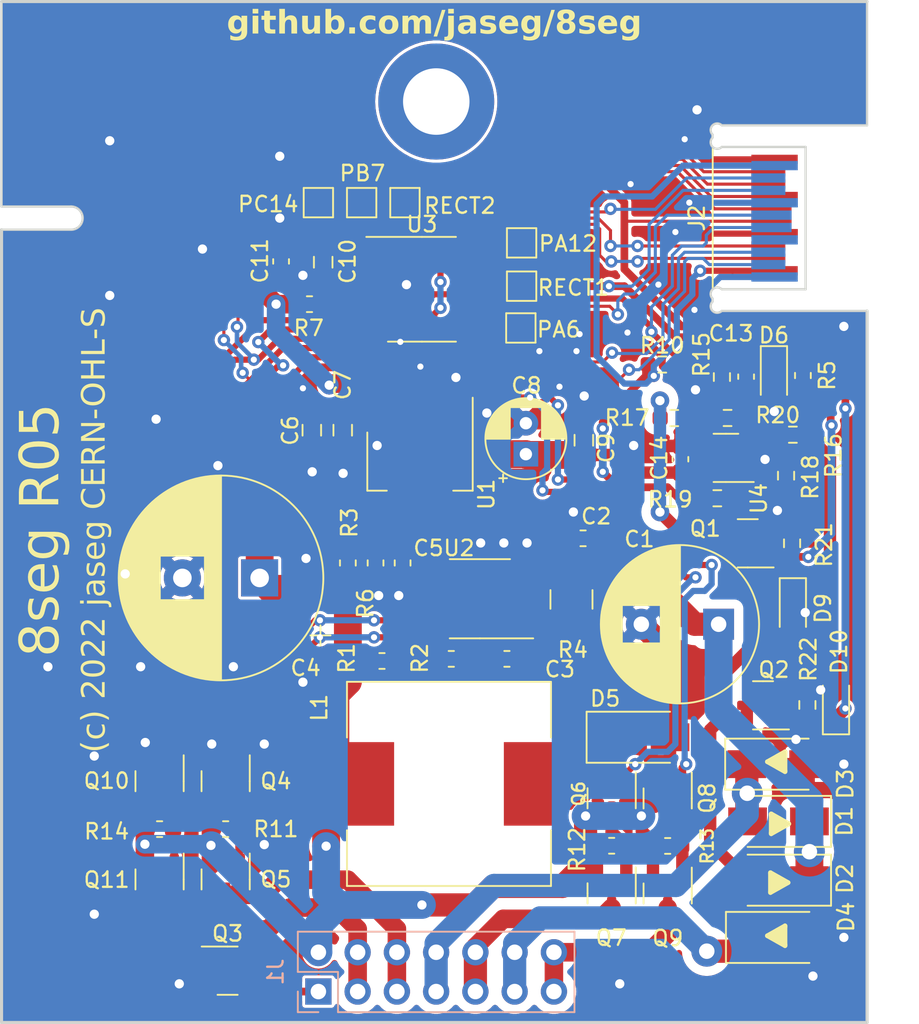
<source format=kicad_pcb>
(kicad_pcb (version 20220427) (generator pcbnew)

  (general
    (thickness 1.6)
  )

  (paper "A4")
  (layers
    (0 "F.Cu" signal)
    (31 "B.Cu" signal)
    (32 "B.Adhes" user "B.Adhesive")
    (33 "F.Adhes" user "F.Adhesive")
    (34 "B.Paste" user)
    (35 "F.Paste" user)
    (36 "B.SilkS" user "B.Silkscreen")
    (37 "F.SilkS" user "F.Silkscreen")
    (38 "B.Mask" user)
    (39 "F.Mask" user)
    (40 "Dwgs.User" user "User.Drawings")
    (41 "Cmts.User" user "User.Comments")
    (42 "Eco1.User" user "User.Eco1")
    (43 "Eco2.User" user "User.Eco2")
    (44 "Edge.Cuts" user)
    (45 "Margin" user)
    (46 "B.CrtYd" user "B.Courtyard")
    (47 "F.CrtYd" user "F.Courtyard")
    (48 "B.Fab" user)
    (49 "F.Fab" user)
  )

  (setup
    (stackup
      (layer "F.SilkS" (type "Top Silk Screen"))
      (layer "F.Paste" (type "Top Solder Paste"))
      (layer "F.Mask" (type "Top Solder Mask") (thickness 0.01))
      (layer "F.Cu" (type "copper") (thickness 0.035))
      (layer "dielectric 1" (type "core") (thickness 1.51) (material "FR4") (epsilon_r 4.5) (loss_tangent 0.02))
      (layer "B.Cu" (type "copper") (thickness 0.035))
      (layer "B.Mask" (type "Bottom Solder Mask") (thickness 0.01))
      (layer "B.Paste" (type "Bottom Solder Paste"))
      (layer "B.SilkS" (type "Bottom Silk Screen"))
      (copper_finish "None")
      (dielectric_constraints no)
    )
    (pad_to_mask_clearance 0)
    (pcbplotparams
      (layerselection 0x00010fc_ffffffff)
      (plot_on_all_layers_selection 0x0000000_00000000)
      (disableapertmacros false)
      (usegerberextensions false)
      (usegerberattributes false)
      (usegerberadvancedattributes false)
      (creategerberjobfile false)
      (dashed_line_dash_ratio 12.000000)
      (dashed_line_gap_ratio 3.000000)
      (svgprecision 6)
      (plotframeref false)
      (viasonmask false)
      (mode 1)
      (useauxorigin false)
      (hpglpennumber 1)
      (hpglpenspeed 20)
      (hpglpendiameter 15.000000)
      (dxfpolygonmode true)
      (dxfimperialunits true)
      (dxfusepcbnewfont true)
      (psnegative false)
      (psa4output false)
      (plotreference true)
      (plotvalue true)
      (plotinvisibletext false)
      (sketchpadsonfab false)
      (subtractmaskfromsilk false)
      (outputformat 1)
      (mirror false)
      (drillshape 0)
      (scaleselection 1)
      (outputdirectory "gerber")
    )
  )

  (net 0 "")
  (net 1 "+12V")
  (net 2 "GND")
  (net 3 "+3V3")
  (net 4 "Net-(Q4-D)")
  (net 5 "Net-(D5-K)")
  (net 6 "Net-(U2-FB)")
  (net 7 "/Vmeas_A")
  (net 8 "Net-(Q6-D)")
  (net 9 "/CH2")
  (net 10 "/CH3")
  (net 11 "/Q2")
  (net 12 "/Q0")
  (net 13 "/Q3")
  (net 14 "/Q1")
  (net 15 "/SWCLK")
  (net 16 "/SWDIO")
  (net 17 "/CH0")
  (net 18 "/LOAD")
  (net 19 "/CH1")
  (net 20 "+VSW")
  (net 21 "Net-(Q8-D)")
  (net 22 "/LED_K")
  (net 23 "Net-(Q10-D)")
  (net 24 "unconnected-(J2-Pin_4)")
  (net 25 "/ILIM")
  (net 26 "/DBG1")
  (net 27 "Net-(C3-Pad1)")
  (net 28 "/DBG2")
  (net 29 "/TX_POK")
  (net 30 "/TX_EN")
  (net 31 "/Vdiff")
  (net 32 "/RECT1")
  (net 33 "/RECT2")
  (net 34 "Net-(U2-BS)")
  (net 35 "Net-(U3-PC14/PB9)")
  (net 36 "Net-(U4-+)")
  (net 37 "Net-(U4--)")
  (net 38 "/VIN_A")
  (net 39 "/VIN_B")
  (net 40 "Net-(U3-PA12/PA10)")
  (net 41 "Net-(U3-NRST)")

  (footprint "Capacitors_SMD:C_0603_HandSoldering" (layer "F.Cu") (at 170.075 94.71 -90))

  (footprint "Capacitors_SMD:C_0603_HandSoldering" (layer "F.Cu") (at 172.075 94.71 -90))

  (footprint "Capacitors_SMD:C_0603_HandSoldering" (layer "F.Cu") (at 187.675 95.36 90))

  (footprint "Capacitors_SMD:C_0603_HandSoldering" (layer "F.Cu") (at 170.811641 83.85 -90))

  (footprint "Diode_SMD:D_SMA" (layer "F.Cu") (at 200.270651 123.8 180))

  (footprint "Resistor_SMD:R_0603_1608Metric_Pad1.05x0.95mm_HandSolder" (layer "F.Cu") (at 201.85 91.175 90))

  (footprint "Resistor_SMD:R_0603_1608Metric_Pad1.05x0.95mm_HandSolder" (layer "F.Cu") (at 169.925 86.563359 180))

  (footprint "Package_TO_SOT_SMD:SOT-223" (layer "F.Cu") (at 177.075 96.71 -90))

  (footprint "Capacitor_THT:CP_Radial_D5.0mm_P2.00mm" (layer "F.Cu") (at 183.925 96.26 90))

  (footprint "Capacitor_THT:CP_Radial_D13.0mm_P5.00mm" (layer "F.Cu") (at 166.7 104.260774 180))

  (footprint "Diode_SMD:D_SMA" (layer "F.Cu") (at 200.270651 120 180))

  (footprint "Diode_SMD:D_SMA" (layer "F.Cu") (at 200.220651 116.3))

  (footprint "Diode_SMD:D_SMA" (layer "F.Cu") (at 200.270651 127.5))

  (footprint "Diode_SMD:D_SMA" (layer "F.Cu") (at 191.255 114.56))

  (footprint "Capacitor_SMD:C_0603_1608Metric_Pad1.05x0.95mm_HandSolder" (layer "F.Cu") (at 175.95 103.292956 -90))

  (footprint "Resistor_SMD:R_0603_1608Metric_Pad1.05x0.95mm_HandSolder" (layer "F.Cu") (at 179.1 109.492956 180))

  (footprint "Resistor_SMD:R_0603_1608Metric_Pad1.05x0.95mm_HandSolder" (layer "F.Cu") (at 172.407044 103.292956 90))

  (footprint "Resistor_SMD:R_0603_1608Metric_Pad1.05x0.95mm_HandSolder" (layer "F.Cu") (at 174.2 103.292956 -90))

  (footprint "Resistor_SMD:R_0603_1608Metric_Pad1.05x0.95mm_HandSolder" (layer "F.Cu") (at 174.615 109.63))

  (footprint "Inductor_SMD:L_Neosid_SM-NE127_HandSoldering" (layer "F.Cu") (at 178.95 117.575))

  (footprint "Package_SO:SOIC-8-1EP_3.9x4.9mm_P1.27mm_EP2.29x3mm" (layer "F.Cu") (at 180.95 105.607044 180))

  (footprint "Capacitor_SMD:C_0603_1608Metric_Pad1.05x0.95mm_HandSolder" (layer "F.Cu") (at 187.625 101.7 180))

  (footprint "Capacitor_SMD:C_0603_1608Metric_Pad1.05x0.95mm_HandSolder" (layer "F.Cu") (at 182.7 109.492956))

  (footprint "Resistor_SMD:R_1210_3225Metric" (layer "F.Cu") (at 186.875 105.65 90))

  (footprint "Diode_SMD:D_SOD-323_HandSoldering" (layer "F.Cu") (at 199.975 91.175 -90))

  (footprint "Capacitor_THT:CP_Radial_D10.0mm_P5.00mm" (layer "F.Cu") (at 196.39556 107.254299 180))

  (footprint "Resistor_SMD:R_0603_1608Metric_Pad1.05x0.95mm_HandSolder" (layer "F.Cu") (at 189.475 121.575))

  (footprint "Resistor_SMD:R_0603_1608Metric_Pad1.05x0.95mm_HandSolder" (layer "F.Cu") (at 193.1 121.585))

  (footprint "Resistor_SMD:R_0603_1608Metric_Pad1.05x0.95mm_HandSolder" (layer "F.Cu") (at 160.225 120.5))

  (footprint "Resistor_SMD:R_0603_1608Metric_Pad1.05x0.95mm_HandSolder" (layer "F.Cu") (at 164.5 120.5))

  (footprint "TestPoint:TestPoint_Pad_1.5x1.5mm" (layer "F.Cu") (at 173.3 80))

  (footprint "TestPoint:TestPoint_Pad_1.5x1.5mm" (layer "F.Cu")
    (tstamp 056f03e4-c263-49fc-b967-90437d651aa3)
    (at 183.6 88.1)
    (descr "SMD rectangular pad as test Point, square 1.5mm side length")
    (tags "test point SMD pad rectangle square")
    (property "Sheetfile" "center.kicad_sch")
    (property "Sheetname" "")
    (property "ki_description" "test point")
    (property "ki_keywords" "test point tp")
    (path "/7631aaaa-43ec-4000-83ff-460feb9b6a4d")
    (attr exclude_from_pos_files)
    (fp_text reference "TP2" (at 0 -1.648) (layer "F.SilkS") hide
        (effects (font (size 1 1) (thickness 0.15)))
      (tstamp c6cc003a-e3f8-4f16-a367-40dfaa92e3a6)
    )
    (fp_text value "PA6" (at 2.45 0.1) (layer "F.SilkS")
        (effects (font (size 1 1) (thickness 0.15)))
      (tstamp 115a31ab-fecb-4d76-9bac-fd06a9d2e931)
    )
    (fp_text user "${REFERENCE}" (at 0 -1.65) (layer "F.Fab")
        (effects (font (size 1 1) (thickness 0.15)))
      (tstamp d10fecaa-90f7-42bb-a83c-e846636e22ca)
    )
    (fp_line (start -0.95 -0.95) (end 0.95 -0.95)
      (stroke (width 0.12) (type solid)) (layer "F.SilkS") (tstamp 9c00a346-83b8-4f65-8381-4347392bcb19))
    (fp_line (start -0.95 0.95) (end -0.95 -0.95)
      (stroke (width 0.12) (type solid)) (layer "F.SilkS") (tstamp 59249d85-605c-4817-86c6-a0877a20ea1a))
    (fp_line (start 0.95 -0.95) (end 0.95 0.95)
      (stroke (width 0.12) (type solid)) (layer "F.SilkS") (tstamp 9cf97c17-6623-4e44-b9b1-0e3797003bf1))
    (fp_line (start 0.95 0.95) (end -0.95 0.95)
      (stroke (width 0.12) (type solid)) (layer "F.SilkS") (tstamp 74abf475-0bcf-46eb-8d1f-c1a629f07d15))
    (fp_line (start -1.25 -1.25) (end -1.25 1.25)
      (stroke (width 0.05) (type solid)) (layer "F.CrtYd") (tstamp 8f0b7ad4-7ae1-424f-8719-024e7aba45d2))
    (fp_line (start -1.25 -1.25) (end 1.25 -1.25)
      (stroke (width 0.05) (type solid)) (layer "F.CrtYd") (tstamp 7ddae915-d0f6-4777-a6ac-c302deb1b130))
    (fp_line (start 1.25 1.25) (end -1.25 1.25)
      (stroke (width 0.05) (type solid)) (layer "F.CrtYd") (tstamp 63edbb3e-2334-4685-8264-7be9ab4a6372))
    (fp_line (start 1.25 1.25) (end 1.25 -1.25)
      (stroke (width 0.05) (type solid)) (layer "F.CrtYd") (tstamp d1927d2a-6f15-4494-bd65-bd9059266f5d))
    (pad "1" smd rect (at 0 0) (size 1.5 1.5) (layers "F.Cu" "F.Mask")
      (net 28 "/DBG2") 
... [1079353 chars truncated]
</source>
